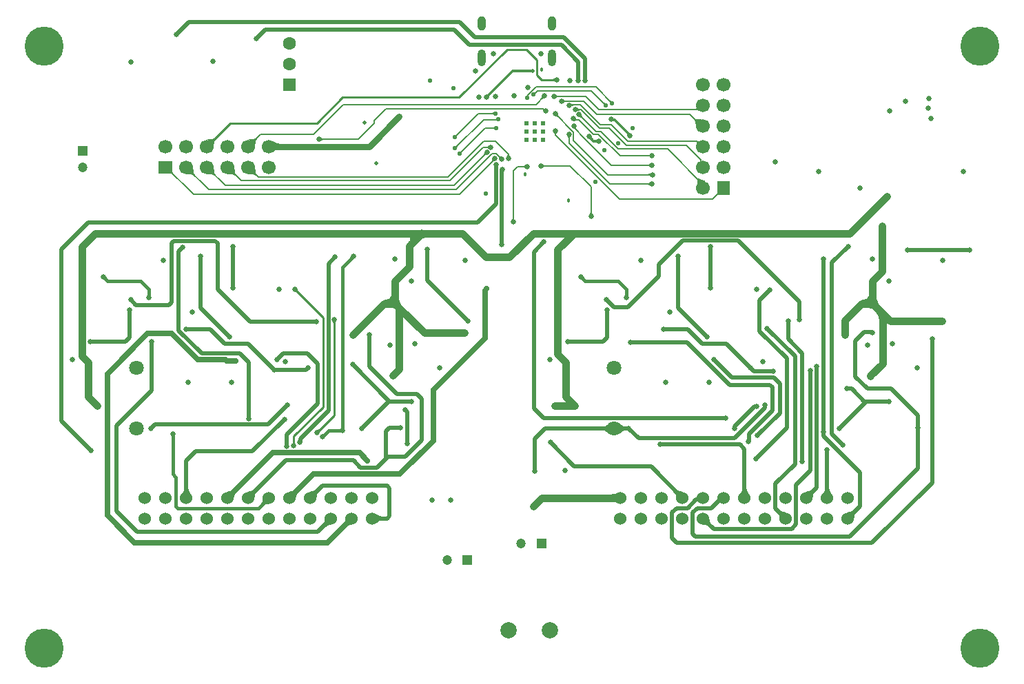
<source format=gbr>
%TF.GenerationSoftware,Altium Limited,Altium Designer,24.8.2 (39)*%
G04 Layer_Physical_Order=4*
G04 Layer_Color=16711680*
%FSLAX45Y45*%
%MOMM*%
%TF.SameCoordinates,55E81912-07CE-4C71-A4AC-877ABC84EAD1*%
%TF.FilePolarity,Positive*%
%TF.FileFunction,Copper,L4,Bot,Signal*%
%TF.Part,Single*%
G01*
G75*
%TA.AperFunction,Conductor*%
%ADD51C,0.20320*%
%ADD52C,0.17780*%
%ADD53C,0.30480*%
%ADD54C,0.50800*%
%ADD56C,0.88900*%
%ADD57C,0.25400*%
%ADD58C,0.63500*%
%ADD59C,0.76200*%
%ADD60C,0.38100*%
%TA.AperFunction,ViaPad*%
%ADD68C,4.80000*%
%TA.AperFunction,ComponentPad*%
%ADD69C,1.20000*%
%ADD70R,1.20000X1.20000*%
%ADD71R,1.20000X1.20000*%
%ADD72C,1.80000*%
%TA.AperFunction,TestPad*%
%ADD73O,1.00000X2.10000*%
%ADD74C,0.65000*%
%ADD75O,1.00000X1.80000*%
%TA.AperFunction,ComponentPad*%
%ADD76R,1.60000X1.60000*%
%ADD77C,1.60000*%
%ADD78C,2.00000*%
%ADD79C,1.52400*%
%ADD80R,1.70000X1.60000*%
%ADD81C,1.70000*%
%ADD82R,1.60000X1.70000*%
%TA.AperFunction,ViaPad*%
%ADD83C,0.53340*%
%ADD84C,0.63500*%
%ADD85C,0.60960*%
%ADD86C,0.50800*%
%ADD87C,0.45720*%
G36*
X2275400Y2467562D02*
X2275679Y2460494D01*
X2276518Y2453594D01*
X2277915Y2446861D01*
X2279870Y2440295D01*
X2282385Y2433897D01*
X2285458Y2427666D01*
X2289091Y2421603D01*
X2293282Y2415707D01*
X2298031Y2409979D01*
X2303340Y2404418D01*
X2196660D01*
X2201969Y2409979D01*
X2206718Y2415707D01*
X2210909Y2421603D01*
X2214542Y2427666D01*
X2217615Y2433897D01*
X2220130Y2440295D01*
X2222085Y2446861D01*
X2223482Y2453594D01*
X2224321Y2460494D01*
X2224600Y2467562D01*
X2275400D01*
D02*
G37*
G36*
X2861761Y2408860D02*
X2856470Y2403263D01*
X2851741Y2397619D01*
X2847576Y2391927D01*
X2843975Y2386188D01*
X2840936Y2380402D01*
X2838461Y2374569D01*
X2836550Y2368688D01*
X2835202Y2362760D01*
X2834417Y2356785D01*
X2834196Y2350762D01*
X2758762Y2426196D01*
X2764785Y2426418D01*
X2770760Y2427202D01*
X2776688Y2428550D01*
X2782568Y2430461D01*
X2788402Y2432936D01*
X2794188Y2435975D01*
X2799927Y2439576D01*
X2805618Y2443741D01*
X2811263Y2448470D01*
X2816860Y2453761D01*
X2861761Y2408860D01*
D02*
G37*
G36*
X3113090Y2415169D02*
X3108289Y2409973D01*
X3104003Y2404501D01*
X3100230Y2398752D01*
X3096970Y2392727D01*
X3094224Y2386425D01*
X3091991Y2379846D01*
X3090272Y2372990D01*
X3089067Y2365857D01*
X3088375Y2358448D01*
X3088196Y2350762D01*
X3012762Y2426196D01*
X3020448Y2426375D01*
X3027857Y2427067D01*
X3034990Y2428272D01*
X3041846Y2429991D01*
X3048425Y2432224D01*
X3054727Y2434970D01*
X3060752Y2438230D01*
X3066501Y2442003D01*
X3071973Y2446289D01*
X3077169Y2451090D01*
X3113090Y2415169D01*
D02*
G37*
G36*
X3168030Y2278971D02*
X3172254Y2283679D01*
X3176022Y2288903D01*
X3179337Y2294642D01*
X3182196Y2300896D01*
X3184600Y2307665D01*
X3186551Y2314949D01*
X3188046Y2322748D01*
X3189087Y2331063D01*
X3189673Y2339893D01*
X3189804Y2349238D01*
X3265238Y2273804D01*
X3255893Y2273673D01*
X3238748Y2272046D01*
X3230949Y2270551D01*
X3223665Y2268600D01*
X3216896Y2266196D01*
X3210642Y2263337D01*
X3204903Y2260022D01*
X3199679Y2256254D01*
X3194971Y2252030D01*
X3168030Y2278971D01*
D02*
G37*
G36*
X3623761Y2408860D02*
X3618470Y2403263D01*
X3613741Y2397619D01*
X3609576Y2391927D01*
X3605974Y2386188D01*
X3602936Y2380402D01*
X3600461Y2374569D01*
X3598550Y2368688D01*
X3597202Y2362760D01*
X3596417Y2356785D01*
X3596196Y2350762D01*
X3520762Y2426196D01*
X3526785Y2426418D01*
X3532760Y2427202D01*
X3538688Y2428550D01*
X3544568Y2430461D01*
X3550402Y2432936D01*
X3556188Y2435975D01*
X3561927Y2439576D01*
X3567618Y2443741D01*
X3573263Y2448470D01*
X3578860Y2453761D01*
X3623761Y2408860D01*
D02*
G37*
G36*
X2065850Y3092950D02*
X2065818Y3096527D01*
X2065056Y3107726D01*
X2064707Y3109748D01*
X2064294Y3111459D01*
X2063818Y3112859D01*
X2063278Y3113948D01*
X2062675Y3114726D01*
X2107125D01*
X2106522Y3113948D01*
X2105982Y3112859D01*
X2105506Y3111459D01*
X2105093Y3109748D01*
X2104744Y3107726D01*
X2104236Y3102749D01*
X2103982Y3096527D01*
X2103950Y3092950D01*
X2065850D01*
D02*
G37*
G36*
X1811850Y4858250D02*
X1811882Y4854673D01*
X1812644Y4843474D01*
X1812993Y4841452D01*
X1813406Y4839741D01*
X1813882Y4838341D01*
X1814422Y4837252D01*
X1815025Y4836474D01*
X1770575D01*
X1771178Y4837252D01*
X1771718Y4838341D01*
X1772194Y4839741D01*
X1772607Y4841452D01*
X1772956Y4843474D01*
X1773464Y4848452D01*
X1773718Y4854673D01*
X1773750Y4858250D01*
X1811850D01*
D02*
G37*
G36*
X1251961Y5022899D02*
X1249409Y5025406D01*
X1240951Y5032786D01*
X1239274Y5033969D01*
X1237773Y5034887D01*
X1236446Y5035540D01*
X1235294Y5035928D01*
X1234318Y5036052D01*
X1265749Y5067483D01*
X1265872Y5066506D01*
X1266260Y5065354D01*
X1266914Y5064027D01*
X1267832Y5062526D01*
X1269014Y5060849D01*
X1272175Y5056970D01*
X1276394Y5052391D01*
X1278901Y5049840D01*
X1251961Y5022899D01*
D02*
G37*
G36*
X3583500Y3035689D02*
X3583595Y3032530D01*
X3583881Y3029506D01*
X3584357Y3026618D01*
X3585024Y3023867D01*
X3585881Y3021251D01*
X3586929Y3018772D01*
X3588167Y3016428D01*
X3589596Y3014221D01*
X3591215Y3012149D01*
X3593025Y3010214D01*
X3548575D01*
X3550385Y3012149D01*
X3552004Y3014221D01*
X3553433Y3016428D01*
X3554671Y3018772D01*
X3555719Y3021251D01*
X3556576Y3023867D01*
X3557243Y3026618D01*
X3557719Y3029506D01*
X3558005Y3032530D01*
X3558100Y3035689D01*
X3583500D01*
D02*
G37*
G36*
X3608567Y4869833D02*
X3606265Y4872000D01*
X3603925Y4873936D01*
X3601546Y4875641D01*
X3599129Y4877115D01*
X3596673Y4878359D01*
X3594179Y4879371D01*
X3591647Y4880153D01*
X3589075Y4880703D01*
X3586466Y4881023D01*
X3583818Y4881112D01*
X3615249Y4912543D01*
X3615337Y4909894D01*
X3615657Y4907285D01*
X3616208Y4904714D01*
X3616989Y4902181D01*
X3618001Y4899687D01*
X3619245Y4897231D01*
X3620719Y4894814D01*
X3622424Y4892435D01*
X3624360Y4890095D01*
X3626527Y4887794D01*
X3608567Y4869833D01*
D02*
G37*
G36*
X4307083Y5290052D02*
X4306106Y5289928D01*
X4304954Y5289540D01*
X4303627Y5288887D01*
X4302126Y5287969D01*
X4300449Y5286786D01*
X4296570Y5283625D01*
X4291991Y5279406D01*
X4289439Y5276899D01*
X4262499Y5303840D01*
X4265006Y5306391D01*
X4272386Y5314849D01*
X4273569Y5316526D01*
X4274486Y5318027D01*
X4275140Y5319354D01*
X4275528Y5320506D01*
X4275652Y5321483D01*
X4307083Y5290052D01*
D02*
G37*
G36*
X4859850Y4844912D02*
X4860228Y4827643D01*
X4861361Y4811397D01*
X4863250Y4796173D01*
X4865895Y4781971D01*
X4869295Y4768792D01*
X4873451Y4756635D01*
X4878363Y4745500D01*
X4884030Y4735388D01*
X4890452Y4726298D01*
X4897631Y4718231D01*
X4834769Y4655369D01*
X4826702Y4662548D01*
X4817612Y4668970D01*
X4807500Y4674638D01*
X4796365Y4679549D01*
X4784209Y4683705D01*
X4771029Y4687105D01*
X4756828Y4689750D01*
X4725357Y4692772D01*
X4708088Y4693150D01*
X4682050Y4782050D01*
X4698941Y4782939D01*
X4714054Y4785606D01*
X4727389Y4790051D01*
X4738946Y4796274D01*
X4748725Y4804275D01*
X4756726Y4814054D01*
X4762949Y4825611D01*
X4767394Y4838946D01*
X4770061Y4854059D01*
X4770950Y4870950D01*
X4859850Y4844912D01*
D02*
G37*
G36*
X4087785Y4515863D02*
X4086166Y4513792D01*
X4084737Y4511584D01*
X4083499Y4509241D01*
X4082451Y4506761D01*
X4081594Y4504146D01*
X4080927Y4501394D01*
X4080451Y4498506D01*
X4080165Y4495482D01*
X4080070Y4492323D01*
X4054670Y4492322D01*
X4054575Y4495482D01*
X4054289Y4498505D01*
X4053813Y4501393D01*
X4053146Y4504145D01*
X4052289Y4506760D01*
X4051241Y4509240D01*
X4050003Y4511583D01*
X4048574Y4513791D01*
X4046955Y4515862D01*
X4045145Y4517797D01*
X4089595Y4517798D01*
X4087785Y4515863D01*
D02*
G37*
G36*
X4186782Y3216373D02*
X4187544Y3205174D01*
X4187893Y3203152D01*
X4188306Y3201441D01*
X4188782Y3200041D01*
X4189322Y3198952D01*
X4189925Y3198174D01*
X4145475D01*
X4146078Y3198952D01*
X4146618Y3200041D01*
X4147094Y3201441D01*
X4147507Y3203152D01*
X4147856Y3205174D01*
X4148364Y3210152D01*
X4148618Y3216373D01*
X4148650Y3219950D01*
X4186750D01*
X4186782Y3216373D01*
D02*
G37*
G36*
X4145026Y3153275D02*
X4144248Y3153878D01*
X4143159Y3154418D01*
X4141759Y3154894D01*
X4140048Y3155307D01*
X4138026Y3155656D01*
X4133049Y3156164D01*
X4126827Y3156418D01*
X4123250Y3156450D01*
Y3194550D01*
X4126827Y3194582D01*
X4138026Y3195344D01*
X4140048Y3195693D01*
X4141759Y3196106D01*
X4143159Y3196582D01*
X4144248Y3197122D01*
X4145026Y3197725D01*
Y3153275D01*
D02*
G37*
G36*
X3895332Y3173076D02*
X3893165Y3170774D01*
X3891229Y3168434D01*
X3889524Y3166055D01*
X3888049Y3163638D01*
X3886806Y3161182D01*
X3885794Y3158688D01*
X3885012Y3156156D01*
X3884462Y3153584D01*
X3884142Y3150975D01*
X3884053Y3148327D01*
X3852622Y3179758D01*
X3855270Y3179846D01*
X3857880Y3180166D01*
X3860451Y3180717D01*
X3862984Y3181498D01*
X3865478Y3182511D01*
X3867934Y3183754D01*
X3870351Y3185228D01*
X3872729Y3186933D01*
X3875069Y3188869D01*
X3877371Y3191036D01*
X3895332Y3173076D01*
D02*
G37*
G36*
X3971301Y3117261D02*
X3968794Y3114709D01*
X3961414Y3106251D01*
X3960232Y3104574D01*
X3959314Y3103073D01*
X3958660Y3101746D01*
X3958272Y3100594D01*
X3958149Y3099618D01*
X3926718Y3131049D01*
X3927694Y3131172D01*
X3928846Y3131560D01*
X3930173Y3132214D01*
X3931674Y3133132D01*
X3933351Y3134315D01*
X3937230Y3137475D01*
X3941809Y3141694D01*
X3944361Y3144201D01*
X3971301Y3117261D01*
D02*
G37*
G36*
X3875090Y2415169D02*
X3870289Y2409973D01*
X3866003Y2404501D01*
X3862230Y2398752D01*
X3858970Y2392727D01*
X3856224Y2386425D01*
X3853991Y2379846D01*
X3852272Y2372990D01*
X3851067Y2365857D01*
X3850375Y2358448D01*
X3850196Y2350762D01*
X3774762Y2426196D01*
X3782448Y2426375D01*
X3789857Y2427067D01*
X3796990Y2428272D01*
X3803846Y2429991D01*
X3810425Y2432224D01*
X3816727Y2434970D01*
X3822752Y2438230D01*
X3828501Y2442003D01*
X3833973Y2446289D01*
X3839169Y2451090D01*
X3875090Y2415169D01*
D02*
G37*
G36*
X4595979Y2144032D02*
X4601707Y2139282D01*
X4607603Y2135091D01*
X4613666Y2131459D01*
X4619897Y2128385D01*
X4626295Y2125871D01*
X4632861Y2123915D01*
X4639594Y2122518D01*
X4646494Y2121680D01*
X4653562Y2121400D01*
Y2070600D01*
X4646494Y2070321D01*
X4639594Y2069483D01*
X4632861Y2068086D01*
X4626295Y2066130D01*
X4619897Y2063615D01*
X4613666Y2060542D01*
X4607603Y2056910D01*
X4601707Y2052719D01*
X4595979Y2047969D01*
X4590418Y2042660D01*
Y2149340D01*
X4595979Y2144032D01*
D02*
G37*
G36*
X4030831Y2019853D02*
X4023086Y2019324D01*
X4015630Y2018323D01*
X4008461Y2016851D01*
X4001580Y2014907D01*
X3994987Y2012492D01*
X3988682Y2009605D01*
X3982665Y2006246D01*
X3976936Y2002416D01*
X3971495Y1998115D01*
X3966343Y1993341D01*
X3928623Y2027464D01*
X3933449Y2032698D01*
X3937720Y2038196D01*
X3941436Y2043957D01*
X3944598Y2049980D01*
X3947205Y2056267D01*
X3949258Y2062817D01*
X3950757Y2069630D01*
X3951701Y2076706D01*
X3952090Y2084045D01*
X3951925Y2091647D01*
X4030831Y2019853D01*
D02*
G37*
G36*
X4281238Y2019804D02*
X4275215Y2019583D01*
X4269240Y2018798D01*
X4263313Y2017450D01*
X4257432Y2015539D01*
X4251598Y2013064D01*
X4245812Y2010026D01*
X4240073Y2006424D01*
X4234382Y2002259D01*
X4228737Y1997531D01*
X4223140Y1992239D01*
X4178239Y2037140D01*
X4183531Y2042737D01*
X4188259Y2048382D01*
X4192424Y2054073D01*
X4196026Y2059812D01*
X4199064Y2065598D01*
X4201539Y2071432D01*
X4203450Y2077313D01*
X4204798Y2083240D01*
X4205583Y2089216D01*
X4205804Y2095238D01*
X4281238Y2019804D01*
D02*
G37*
G36*
X6484261Y7576820D02*
X6483639Y7577303D01*
X6482767Y7577734D01*
X6481647Y7578115D01*
X6480278Y7578446D01*
X6478661Y7578725D01*
X6474679Y7579131D01*
X6469702Y7579335D01*
X6466840Y7579360D01*
Y7609840D01*
X6469702Y7609865D01*
X6478661Y7610475D01*
X6480278Y7610754D01*
X6481647Y7611085D01*
X6482767Y7611466D01*
X6483639Y7611897D01*
X6484261Y7612380D01*
Y7576820D01*
D02*
G37*
G36*
X5982462Y7295679D02*
X5980127Y7293246D01*
X5976202Y7288531D01*
X5974611Y7286248D01*
X5973268Y7284016D01*
X5972172Y7281834D01*
X5971325Y7279702D01*
X5970725Y7277620D01*
X5970373Y7275589D01*
X5970268Y7273607D01*
X5938838Y7305038D01*
X5940819Y7305143D01*
X5942850Y7305495D01*
X5944932Y7306095D01*
X5947064Y7306942D01*
X5949246Y7308038D01*
X5951478Y7309381D01*
X5953761Y7310972D01*
X5956093Y7312811D01*
X5960909Y7317232D01*
X5982462Y7295679D01*
D02*
G37*
G36*
X6031232Y7058650D02*
X6030070Y7059712D01*
X6028778Y7060663D01*
X6027355Y7061501D01*
X6025801Y7062228D01*
X6024115Y7062843D01*
X6022299Y7063346D01*
X6020352Y7063737D01*
X6018274Y7064017D01*
X6016065Y7064184D01*
X6013725Y7064240D01*
Y7084560D01*
X6016065Y7084616D01*
X6020352Y7085063D01*
X6022299Y7085454D01*
X6024115Y7085958D01*
X6025801Y7086573D01*
X6027355Y7087299D01*
X6028778Y7088138D01*
X6030070Y7089088D01*
X6031232Y7090150D01*
Y7058650D01*
D02*
G37*
G36*
X5575306Y6798857D02*
X5573690Y6797163D01*
X5570975Y6793815D01*
X5569875Y6792162D01*
X5568946Y6790522D01*
X5568190Y6788895D01*
X5567604Y6787282D01*
X5567191Y6785683D01*
X5566949Y6784097D01*
X5566879Y6782525D01*
X5544605Y6804799D01*
X5546177Y6804869D01*
X5547763Y6805111D01*
X5549362Y6805524D01*
X5550975Y6806110D01*
X5552602Y6806866D01*
X5554242Y6807795D01*
X5555895Y6808895D01*
X5557562Y6810167D01*
X5559243Y6811610D01*
X5560937Y6813226D01*
X5575306Y6798857D01*
D02*
G37*
G36*
X3907000Y6776216D02*
X3909449Y6774165D01*
X3911955Y6772355D01*
X3914516Y6770787D01*
X3917134Y6769460D01*
X3919808Y6768374D01*
X3922537Y6767529D01*
X3925323Y6766926D01*
X3928165Y6766564D01*
X3931063Y6766443D01*
Y6746123D01*
X3928165Y6746003D01*
X3925323Y6745641D01*
X3922537Y6745038D01*
X3919808Y6744193D01*
X3917134Y6743107D01*
X3914516Y6741780D01*
X3911955Y6740212D01*
X3909449Y6738402D01*
X3907000Y6736351D01*
X3904607Y6734058D01*
Y6778508D01*
X3907000Y6776216D01*
D02*
G37*
G36*
X3114920Y6756551D02*
X3111390Y6752324D01*
X3108246Y6747087D01*
X3105488Y6740840D01*
X3103117Y6733584D01*
X3101131Y6725319D01*
X3099532Y6716044D01*
X3098319Y6705760D01*
X3097050Y6682163D01*
X3096996Y6668850D01*
X3012850Y6752996D01*
X3026163Y6753051D01*
X3060044Y6755532D01*
X3069318Y6757131D01*
X3077584Y6759117D01*
X3084840Y6761488D01*
X3091087Y6764246D01*
X3096323Y6767390D01*
X3100551Y6770920D01*
X3114920Y6756551D01*
D02*
G37*
G36*
X2608472Y6754512D02*
X2604653Y6750031D01*
X2601251Y6744643D01*
X2598264Y6738347D01*
X2595693Y6731142D01*
X2593537Y6723030D01*
X2591797Y6714010D01*
X2590473Y6704082D01*
X2589073Y6681502D01*
X2588996Y6668850D01*
X2504850Y6752996D01*
X2517502Y6753073D01*
X2540082Y6754473D01*
X2550010Y6755797D01*
X2559030Y6757537D01*
X2567142Y6759693D01*
X2574347Y6762264D01*
X2580643Y6765251D01*
X2586031Y6768653D01*
X2590511Y6772472D01*
X2608472Y6754512D01*
D02*
G37*
G36*
X5580386Y6661697D02*
X5578770Y6660003D01*
X5576055Y6656655D01*
X5574955Y6655002D01*
X5574026Y6653362D01*
X5573270Y6651735D01*
X5572684Y6650122D01*
X5572271Y6648523D01*
X5572029Y6646937D01*
X5571959Y6645365D01*
X5549685Y6667639D01*
X5551257Y6667709D01*
X5552843Y6667951D01*
X5554442Y6668364D01*
X5556055Y6668950D01*
X5557682Y6669706D01*
X5559322Y6670635D01*
X5560975Y6671735D01*
X5562642Y6673007D01*
X5564323Y6674450D01*
X5566017Y6676066D01*
X5580386Y6661697D01*
D02*
G37*
G36*
X5968591Y6634764D02*
X5966078Y6636977D01*
X5963525Y6638956D01*
X5960932Y6640704D01*
X5958298Y6642217D01*
X5955624Y6643499D01*
X5952909Y6644547D01*
X5950154Y6645362D01*
X5947358Y6645944D01*
X5944522Y6646294D01*
X5941645Y6646410D01*
X5940705Y6666730D01*
X5943623Y6666855D01*
X5946469Y6667228D01*
X5949243Y6667850D01*
X5951945Y6668721D01*
X5954575Y6669840D01*
X5957133Y6671209D01*
X5959619Y6672826D01*
X5962033Y6674692D01*
X5964375Y6676807D01*
X5966645Y6679171D01*
X5968591Y6634764D01*
D02*
G37*
G36*
X3331141Y6723434D02*
X3336066Y6719796D01*
X3341477Y6716586D01*
X3347376Y6713804D01*
X3353760Y6711450D01*
X3360632Y6709524D01*
X3367989Y6708026D01*
X3375834Y6706956D01*
X3384165Y6706314D01*
X3392983Y6706100D01*
Y6629900D01*
X3384165Y6629686D01*
X3375834Y6629044D01*
X3367989Y6627974D01*
X3360632Y6626476D01*
X3353760Y6624550D01*
X3347376Y6622196D01*
X3341477Y6619414D01*
X3336066Y6616204D01*
X3331141Y6612566D01*
X3326702Y6608500D01*
Y6727500D01*
X3331141Y6723434D01*
D02*
G37*
G36*
X5942090Y6566919D02*
X5938777Y6566847D01*
X5935594Y6566566D01*
X5932543Y6566074D01*
X5929623Y6565372D01*
X5926833Y6564459D01*
X5924175Y6563336D01*
X5921647Y6562003D01*
X5919251Y6560460D01*
X5916985Y6558706D01*
X5914851Y6556743D01*
X5900482Y6571111D01*
X5902446Y6573245D01*
X5904200Y6575511D01*
X5905743Y6577907D01*
X5907076Y6580435D01*
X5908199Y6583093D01*
X5909112Y6585883D01*
X5909814Y6588803D01*
X5910306Y6591854D01*
X5910587Y6595037D01*
X5910659Y6598350D01*
X5942090Y6566919D01*
D02*
G37*
G36*
X6217601Y6564373D02*
X6217963Y6561531D01*
X6218566Y6558745D01*
X6219410Y6556015D01*
X6220496Y6553341D01*
X6221823Y6550724D01*
X6223392Y6548162D01*
X6225202Y6545657D01*
X6227253Y6543207D01*
X6229545Y6540814D01*
X6185095D01*
X6187387Y6543207D01*
X6189438Y6545657D01*
X6191248Y6548162D01*
X6192817Y6550724D01*
X6194144Y6553341D01*
X6195230Y6556015D01*
X6196074Y6558745D01*
X6196677Y6561531D01*
X6197039Y6564373D01*
X6197160Y6567271D01*
X6217480D01*
X6217601Y6564373D01*
D02*
G37*
G36*
X6100618Y6550481D02*
X6102884Y6548727D01*
X6105280Y6547184D01*
X6107808Y6545851D01*
X6110466Y6544728D01*
X6113255Y6543816D01*
X6116176Y6543113D01*
X6119227Y6542621D01*
X6122409Y6542340D01*
X6125723Y6542269D01*
X6094292Y6510838D01*
X6094220Y6514151D01*
X6093939Y6517333D01*
X6093447Y6520384D01*
X6092744Y6523305D01*
X6091832Y6526094D01*
X6090709Y6528753D01*
X6089376Y6531280D01*
X6087833Y6533676D01*
X6086079Y6535942D01*
X6084115Y6538076D01*
X6098484Y6552445D01*
X6100618Y6550481D01*
D02*
G37*
G36*
X6041425Y6485168D02*
X6038074Y6484887D01*
X6034860Y6484422D01*
X6031785Y6483771D01*
X6028848Y6482935D01*
X6026050Y6481915D01*
X6023390Y6480709D01*
X6020868Y6479318D01*
X6018484Y6477743D01*
X6016238Y6475982D01*
X6014131Y6474037D01*
X5998775Y6487418D01*
X6000756Y6489577D01*
X6002502Y6491857D01*
X6004013Y6494260D01*
X6005289Y6496785D01*
X6006331Y6499431D01*
X6007138Y6502199D01*
X6007711Y6505090D01*
X6008048Y6508102D01*
X6008151Y6511236D01*
X6008019Y6514491D01*
X6041425Y6485168D01*
D02*
G37*
G36*
X6418766Y6396355D02*
X6416373Y6398647D01*
X6413923Y6400698D01*
X6411418Y6402508D01*
X6408856Y6404077D01*
X6406239Y6405404D01*
X6403565Y6406490D01*
X6400835Y6407334D01*
X6398049Y6407937D01*
X6395207Y6408299D01*
X6392310Y6408420D01*
Y6428740D01*
X6395207Y6428861D01*
X6398049Y6429223D01*
X6400835Y6429826D01*
X6403565Y6430670D01*
X6406239Y6431756D01*
X6408856Y6433083D01*
X6411418Y6434652D01*
X6413923Y6436462D01*
X6416373Y6438513D01*
X6418766Y6440805D01*
Y6396355D01*
D02*
G37*
G36*
X2079546Y6361461D02*
X2078971Y6359594D01*
Y6357438D01*
X2079546Y6354996D01*
X2080695Y6352266D01*
X2082419Y6349248D01*
X2084718Y6345944D01*
X2087592Y6342351D01*
X2095064Y6334305D01*
X2080695Y6319937D01*
X2076528Y6323960D01*
X2069057Y6330282D01*
X2065752Y6332581D01*
X2062735Y6334305D01*
X2060005Y6335454D01*
X2057562Y6336029D01*
X2055407D01*
X2053539Y6335454D01*
X2051958Y6334305D01*
X2080695Y6363042D01*
X2079546Y6361461D01*
D02*
G37*
G36*
X3097050Y6399838D02*
X3099532Y6365957D01*
X3101131Y6356682D01*
X3103117Y6348416D01*
X3105488Y6341160D01*
X3108246Y6334914D01*
X3111390Y6329677D01*
X3114920Y6325449D01*
X3100551Y6311081D01*
X3096323Y6314610D01*
X3091087Y6317754D01*
X3084840Y6320512D01*
X3077584Y6322883D01*
X3069318Y6324869D01*
X3060044Y6326468D01*
X3049759Y6327682D01*
X3026163Y6328950D01*
X3012850Y6329005D01*
X3096996Y6413150D01*
X3097050Y6399838D01*
D02*
G37*
G36*
X2843050D02*
X2845532Y6365957D01*
X2847131Y6356682D01*
X2849117Y6348416D01*
X2851488Y6341160D01*
X2854246Y6334914D01*
X2857390Y6329677D01*
X2860920Y6325449D01*
X2846551Y6311081D01*
X2842323Y6314610D01*
X2837087Y6317754D01*
X2830840Y6320512D01*
X2823584Y6322883D01*
X2815318Y6324869D01*
X2806044Y6326468D01*
X2795759Y6327682D01*
X2772163Y6328950D01*
X2758850Y6329005D01*
X2842996Y6413150D01*
X2843050Y6399838D01*
D02*
G37*
G36*
X2589050D02*
X2591532Y6365957D01*
X2593131Y6356682D01*
X2595117Y6348416D01*
X2597488Y6341160D01*
X2600246Y6334914D01*
X2603390Y6329677D01*
X2606920Y6325449D01*
X2592551Y6311081D01*
X2588323Y6314610D01*
X2583087Y6317754D01*
X2576840Y6320512D01*
X2569584Y6322883D01*
X2561318Y6324869D01*
X2552044Y6326468D01*
X2541759Y6327682D01*
X2518163Y6328950D01*
X2504850Y6329005D01*
X2588996Y6413150D01*
X2589050Y6399838D01*
D02*
G37*
G36*
X2335050D02*
X2337532Y6365957D01*
X2339131Y6356682D01*
X2341117Y6348416D01*
X2343488Y6341160D01*
X2346246Y6334914D01*
X2349390Y6329677D01*
X2352920Y6325449D01*
X2338551Y6311081D01*
X2334323Y6314610D01*
X2329087Y6317754D01*
X2322840Y6320512D01*
X2315584Y6322883D01*
X2307318Y6324869D01*
X2298044Y6326468D01*
X2287759Y6327682D01*
X2264163Y6328950D01*
X2250850Y6329005D01*
X2334996Y6413150D01*
X2335050Y6399838D01*
D02*
G37*
G36*
X6276461Y5784093D02*
X6276823Y5781251D01*
X6277426Y5778465D01*
X6278270Y5775735D01*
X6279356Y5773061D01*
X6280683Y5770444D01*
X6282252Y5767882D01*
X6284062Y5765377D01*
X6286113Y5762927D01*
X6288405Y5760534D01*
X6243955D01*
X6246247Y5762927D01*
X6248298Y5765377D01*
X6250108Y5767882D01*
X6251677Y5770444D01*
X6253004Y5773061D01*
X6254090Y5775735D01*
X6254934Y5778465D01*
X6255537Y5781251D01*
X6255899Y5784093D01*
X6256020Y5786990D01*
X6276340D01*
X6276461Y5784093D01*
D02*
G37*
G36*
X5252912Y5556750D02*
X5235392Y5556121D01*
X5218393Y5554236D01*
X5201915Y5551093D01*
X5185958Y5546692D01*
X5170522Y5541035D01*
X5155606Y5534120D01*
X5141211Y5525948D01*
X5127336Y5516519D01*
X5113983Y5505832D01*
X5101150Y5493888D01*
X4975426D01*
X4986481Y5505832D01*
X4994501Y5516519D01*
X4999485Y5525948D01*
X5001434Y5534120D01*
X5000348Y5541035D01*
X4996226Y5546692D01*
X4989070Y5551093D01*
X4978878Y5554236D01*
X4965651Y5556121D01*
X4949388Y5556750D01*
X5145600Y5645650D01*
X5252912Y5556750D01*
D02*
G37*
G36*
X8582121Y6497098D02*
X8561096Y6489574D01*
X8561116Y6489724D01*
X8561133Y6490152D01*
X8561200Y6503600D01*
X8581520D01*
X8582121Y6497098D01*
D02*
G37*
G36*
X7949946Y6414635D02*
X7947553Y6416927D01*
X7945103Y6418979D01*
X7942598Y6420788D01*
X7940036Y6422357D01*
X7937419Y6423684D01*
X7934745Y6424770D01*
X7932015Y6425614D01*
X7929230Y6426218D01*
X7926387Y6426579D01*
X7923490Y6426700D01*
Y6447020D01*
X7926387Y6447141D01*
X7929230Y6447503D01*
X7932015Y6448106D01*
X7934745Y6448951D01*
X7937419Y6450036D01*
X7940036Y6451364D01*
X7942598Y6452932D01*
X7945103Y6454742D01*
X7947553Y6456793D01*
X7949946Y6459085D01*
Y6414635D01*
D02*
G37*
G36*
X6628425Y6446775D02*
X6630875Y6444723D01*
X6633380Y6442914D01*
X6635942Y6441345D01*
X6638559Y6440018D01*
X6641233Y6438932D01*
X6643963Y6438088D01*
X6646749Y6437484D01*
X6649591Y6437123D01*
X6652489Y6437002D01*
Y6416682D01*
X6649591Y6416561D01*
X6646749Y6416199D01*
X6643963Y6415596D01*
X6641233Y6414751D01*
X6638559Y6413666D01*
X6635942Y6412338D01*
X6633380Y6410770D01*
X6630875Y6408960D01*
X6628425Y6406909D01*
X6626032Y6404617D01*
Y6449067D01*
X6628425Y6446775D01*
D02*
G37*
G36*
X7955026Y6297795D02*
X7952633Y6300087D01*
X7950183Y6302139D01*
X7947678Y6303948D01*
X7945116Y6305517D01*
X7942499Y6306844D01*
X7939825Y6307930D01*
X7937095Y6308774D01*
X7934310Y6309378D01*
X7931467Y6309739D01*
X7928570Y6309860D01*
Y6330180D01*
X7931467Y6330301D01*
X7934310Y6330663D01*
X7937095Y6331266D01*
X7939825Y6332111D01*
X7942499Y6333196D01*
X7945116Y6334524D01*
X7947678Y6336092D01*
X7950183Y6337902D01*
X7952633Y6339953D01*
X7955026Y6342245D01*
Y6297795D01*
D02*
G37*
G36*
X8540308Y6275097D02*
X8544182Y6272821D01*
X8549518Y6270148D01*
X8564581Y6263611D01*
X8627838Y6240312D01*
X8520261Y6189439D01*
X8523951Y6200271D01*
X8526779Y6210437D01*
X8528744Y6219938D01*
X8529846Y6228772D01*
X8530086Y6236941D01*
X8529462Y6244443D01*
X8527975Y6251280D01*
X8525626Y6257452D01*
X8522414Y6262957D01*
X8518339Y6267796D01*
X8537897Y6276975D01*
X8540308Y6275097D01*
D02*
G37*
G36*
X7947406Y6183495D02*
X7945013Y6185787D01*
X7942563Y6187839D01*
X7940058Y6189648D01*
X7937496Y6191217D01*
X7934879Y6192544D01*
X7932205Y6193630D01*
X7929475Y6194474D01*
X7926690Y6195078D01*
X7923847Y6195439D01*
X7920950Y6195560D01*
Y6215880D01*
X7923847Y6216001D01*
X7926690Y6216363D01*
X7929475Y6216966D01*
X7932205Y6217811D01*
X7934879Y6218896D01*
X7937496Y6220224D01*
X7940058Y6221792D01*
X7942563Y6223602D01*
X7945013Y6225653D01*
X7947406Y6227945D01*
Y6183495D01*
D02*
G37*
G36*
X8798042Y6075610D02*
X8796711Y6076952D01*
X8795038Y6077669D01*
X8793022Y6077762D01*
X8790662Y6077231D01*
X8787960Y6076076D01*
X8784915Y6074296D01*
X8781527Y6071893D01*
X8777796Y6068865D01*
X8769305Y6060937D01*
X8752752Y6073121D01*
X8757948Y6078457D01*
X8769523Y6092141D01*
X8772043Y6095927D01*
X8773894Y6099326D01*
X8775077Y6102336D01*
X8775590Y6104959D01*
X8775434Y6107194D01*
X8774610Y6109042D01*
X8798042Y6075610D01*
D02*
G37*
G36*
X7234041Y5857753D02*
X7234403Y5854911D01*
X7235006Y5852125D01*
X7235850Y5849395D01*
X7236936Y5846721D01*
X7238263Y5844104D01*
X7239832Y5841542D01*
X7241642Y5839037D01*
X7243693Y5836587D01*
X7245985Y5834194D01*
X7201535D01*
X7203827Y5836587D01*
X7205878Y5839037D01*
X7207688Y5841542D01*
X7209257Y5844104D01*
X7210584Y5846721D01*
X7211670Y5849395D01*
X7212514Y5852125D01*
X7213117Y5854911D01*
X7213479Y5857753D01*
X7213600Y5860650D01*
X7233920D01*
X7234041Y5857753D01*
D02*
G37*
G36*
X7133272Y5066506D02*
X7133660Y5065354D01*
X7134314Y5064027D01*
X7135232Y5062526D01*
X7136414Y5060849D01*
X7139575Y5056970D01*
X7143794Y5052391D01*
X7146301Y5049840D01*
X7119361Y5022899D01*
X7116809Y5025406D01*
X7108351Y5032786D01*
X7106674Y5033969D01*
X7105173Y5034887D01*
X7103846Y5035540D01*
X7102694Y5035928D01*
X7101718Y5036052D01*
X7133149Y5067483D01*
X7133272Y5066506D01*
D02*
G37*
G36*
X7679282Y4854673D02*
X7680044Y4843474D01*
X7680393Y4841452D01*
X7680806Y4839741D01*
X7681282Y4838341D01*
X7681822Y4837252D01*
X7682425Y4836474D01*
X7637975D01*
X7638578Y4837252D01*
X7639118Y4838341D01*
X7639594Y4839741D01*
X7640007Y4841452D01*
X7640356Y4843474D01*
X7640864Y4848452D01*
X7641118Y4854673D01*
X7641150Y4858250D01*
X7679250D01*
X7679282Y4854673D01*
D02*
G37*
G36*
X10727250Y4844912D02*
X10727879Y4827392D01*
X10729764Y4810393D01*
X10732908Y4793915D01*
X10737308Y4777958D01*
X10742966Y4762522D01*
X10749880Y4747606D01*
X10758052Y4733211D01*
X10767482Y4719336D01*
X10778168Y4705983D01*
X10790112Y4693150D01*
X10749868Y4652906D01*
X10838691Y4644571D01*
X10867269Y4490269D01*
X10864313Y4492336D01*
X10861668Y4492315D01*
X10859334Y4490203D01*
X10857311Y4486003D01*
X10855600Y4479714D01*
X10854200Y4471335D01*
X10851866Y4433664D01*
X10851710Y4416928D01*
X10762810Y4505828D01*
X10762181Y4523348D01*
X10760296Y4540347D01*
X10757152Y4556825D01*
X10752752Y4572782D01*
X10747095Y4588219D01*
X10740180Y4603135D01*
X10732008Y4617529D01*
X10722579Y4631404D01*
X10713015Y4643355D01*
X10701064Y4652919D01*
X10687189Y4662348D01*
X10672795Y4670520D01*
X10657879Y4677435D01*
X10642442Y4683092D01*
X10626485Y4687493D01*
X10610007Y4690636D01*
X10593008Y4692521D01*
X10575488Y4693150D01*
X10549450Y4782050D01*
X10566341Y4782939D01*
X10581454Y4785606D01*
X10594789Y4790051D01*
X10606346Y4796274D01*
X10616125Y4804275D01*
X10624126Y4814054D01*
X10630349Y4825611D01*
X10634794Y4838946D01*
X10637461Y4854059D01*
X10638350Y4870950D01*
X10727250Y4844912D01*
D02*
G37*
G36*
X7579039Y3256590D02*
X7586543Y3250233D01*
X7594085Y3244623D01*
X7601664Y3239762D01*
X7609281Y3235649D01*
X7616935Y3232283D01*
X7624627Y3229666D01*
X7632357Y3227796D01*
X7640124Y3226674D01*
X7647929Y3226300D01*
X7648347Y3175500D01*
X7640514Y3175122D01*
X7632738Y3173988D01*
X7625018Y3172098D01*
X7617355Y3169452D01*
X7609749Y3166050D01*
X7602199Y3161892D01*
X7594707Y3156977D01*
X7587271Y3151307D01*
X7579891Y3144881D01*
X7572569Y3137699D01*
X7571573Y3263695D01*
X7579039Y3256590D01*
D02*
G37*
G36*
X7443032Y3137699D02*
X7435709Y3144881D01*
X7428330Y3151307D01*
X7420893Y3156977D01*
X7413401Y3161892D01*
X7405851Y3166050D01*
X7398245Y3169452D01*
X7390582Y3172098D01*
X7382862Y3173988D01*
X7375086Y3175122D01*
X7367253Y3175500D01*
X7367671Y3226300D01*
X7375476Y3226674D01*
X7383243Y3227796D01*
X7390973Y3229666D01*
X7398665Y3232283D01*
X7406319Y3235649D01*
X7413936Y3239762D01*
X7421515Y3244623D01*
X7429057Y3250233D01*
X7436561Y3256590D01*
X7444027Y3263695D01*
X7443032Y3137699D01*
D02*
G37*
G36*
X10149679Y2460494D02*
X10150518Y2453594D01*
X10151915Y2446861D01*
X10153870Y2440295D01*
X10156385Y2433897D01*
X10159458Y2427666D01*
X10163091Y2421603D01*
X10167282Y2415707D01*
X10172031Y2409979D01*
X10177340Y2404418D01*
X10070660D01*
X10075969Y2409979D01*
X10080718Y2415707D01*
X10084909Y2421603D01*
X10088542Y2427666D01*
X10091615Y2433897D01*
X10094130Y2440295D01*
X10096085Y2446861D01*
X10097482Y2453594D01*
X10098321Y2460494D01*
X10098600Y2467562D01*
X10149400D01*
X10149679Y2460494D01*
D02*
G37*
G36*
X9133679D02*
X9134518Y2453594D01*
X9135915Y2446861D01*
X9137870Y2440295D01*
X9140385Y2433897D01*
X9143458Y2427666D01*
X9147091Y2421603D01*
X9151282Y2415707D01*
X9156031Y2409979D01*
X9161340Y2404418D01*
X9054660D01*
X9059969Y2409979D01*
X9064718Y2415707D01*
X9068909Y2421603D01*
X9072542Y2427666D01*
X9075615Y2433897D01*
X9078130Y2440295D01*
X9080085Y2446861D01*
X9081482Y2453594D01*
X9082321Y2460494D01*
X9082600Y2467562D01*
X9133400D01*
X9133679Y2460494D01*
D02*
G37*
G36*
X9971090Y2415169D02*
X9966289Y2409973D01*
X9962003Y2404501D01*
X9958230Y2398752D01*
X9954970Y2392727D01*
X9952224Y2386425D01*
X9949991Y2379846D01*
X9948272Y2372990D01*
X9947067Y2365857D01*
X9946375Y2358448D01*
X9946196Y2350762D01*
X9870762Y2426196D01*
X9878448Y2426375D01*
X9885857Y2427067D01*
X9892990Y2428272D01*
X9899846Y2429991D01*
X9906425Y2432224D01*
X9912727Y2434970D01*
X9918752Y2438230D01*
X9924501Y2442003D01*
X9929973Y2446289D01*
X9935169Y2451090D01*
X9971090Y2415169D01*
D02*
G37*
G36*
X8286027Y2446289D02*
X8291499Y2442003D01*
X8297248Y2438230D01*
X8303273Y2434970D01*
X8309575Y2432224D01*
X8316155Y2429991D01*
X8323010Y2428272D01*
X8330143Y2427067D01*
X8337552Y2426375D01*
X8345238Y2426196D01*
X8269804Y2350762D01*
X8269625Y2358448D01*
X8268933Y2365857D01*
X8267728Y2372990D01*
X8266009Y2379846D01*
X8263776Y2386425D01*
X8261030Y2392727D01*
X8257771Y2398752D01*
X8253997Y2404501D01*
X8249711Y2409973D01*
X8244911Y2415169D01*
X8280832Y2451090D01*
X8286027Y2446289D01*
D02*
G37*
G36*
X7529582Y2296660D02*
X7527482Y2298349D01*
X7524666Y2299861D01*
X7521135Y2301194D01*
X7516889Y2302350D01*
X7511927Y2303328D01*
X7506250Y2304128D01*
X7492750Y2305195D01*
X7476388Y2305550D01*
Y2394450D01*
X7484926Y2394539D01*
X7511927Y2396673D01*
X7516889Y2397651D01*
X7521135Y2398806D01*
X7524666Y2400140D01*
X7527482Y2401651D01*
X7529582Y2403340D01*
Y2296660D01*
D02*
G37*
G36*
X10479090Y2161169D02*
X10474289Y2155973D01*
X10470003Y2150501D01*
X10466230Y2144752D01*
X10462970Y2138727D01*
X10460224Y2132425D01*
X10457991Y2125846D01*
X10456272Y2118990D01*
X10455067Y2111857D01*
X10454375Y2104448D01*
X10454196Y2096762D01*
X10378762Y2172196D01*
X10386448Y2172375D01*
X10393857Y2173067D01*
X10400990Y2174272D01*
X10407846Y2175991D01*
X10414425Y2178224D01*
X10420727Y2180970D01*
X10426752Y2184230D01*
X10432501Y2188003D01*
X10437973Y2192289D01*
X10443169Y2197090D01*
X10479090Y2161169D01*
D02*
G37*
G36*
X9556027Y2192289D02*
X9561499Y2188003D01*
X9567248Y2184230D01*
X9573273Y2180970D01*
X9579575Y2178224D01*
X9586155Y2175991D01*
X9593010Y2174272D01*
X9600143Y2173067D01*
X9607552Y2172375D01*
X9615238Y2172196D01*
X9539804Y2096762D01*
X9539625Y2104448D01*
X9538933Y2111857D01*
X9537728Y2118990D01*
X9536009Y2125846D01*
X9533776Y2132425D01*
X9531030Y2138727D01*
X9527771Y2144752D01*
X9523997Y2150501D01*
X9519711Y2155973D01*
X9514911Y2161169D01*
X9550832Y2197090D01*
X9556027Y2192289D01*
D02*
G37*
G36*
X8676375Y2087552D02*
X8677067Y2080143D01*
X8678272Y2073010D01*
X8679991Y2066155D01*
X8682224Y2059576D01*
X8684970Y2053273D01*
X8688230Y2047248D01*
X8692003Y2041499D01*
X8696289Y2036027D01*
X8701090Y2030832D01*
X8665169Y1994911D01*
X8659973Y1999711D01*
X8654501Y2003998D01*
X8648752Y2007771D01*
X8642727Y2011030D01*
X8636425Y2013776D01*
X8629846Y2016009D01*
X8622990Y2017728D01*
X8615857Y2018933D01*
X8608448Y2019625D01*
X8600762Y2019804D01*
X8676196Y2095238D01*
X8676375Y2087552D01*
D02*
G37*
G36*
X6774382Y6809538D02*
X6774290Y6812666D01*
X6774015Y6815613D01*
X6773556Y6818380D01*
X6772914Y6820965D01*
X6772089Y6823369D01*
X6771080Y6825591D01*
X6769888Y6827633D01*
X6768512Y6829494D01*
X6766953Y6831174D01*
X6765210Y6832672D01*
X6803874D01*
X6802131Y6831174D01*
X6800572Y6829494D01*
X6799196Y6827633D01*
X6798004Y6825591D01*
X6796995Y6823369D01*
X6796170Y6820965D01*
X6795527Y6818380D01*
X6795069Y6815613D01*
X6794794Y6812666D01*
X6794702Y6809538D01*
X6774382D01*
D02*
G37*
G36*
X6941380Y6768730D02*
X6941259Y6771628D01*
X6940897Y6774470D01*
X6940294Y6777255D01*
X6939450Y6779985D01*
X6938364Y6782659D01*
X6937037Y6785276D01*
X6935468Y6787838D01*
X6933658Y6790344D01*
X6931607Y6792793D01*
X6929315Y6795186D01*
X6973765D01*
X6971473Y6792793D01*
X6969422Y6790344D01*
X6967612Y6787838D01*
X6966043Y6785276D01*
X6964716Y6782659D01*
X6963630Y6779985D01*
X6962786Y6777255D01*
X6962183Y6774470D01*
X6961821Y6771628D01*
X6961700Y6768730D01*
X6941380D01*
D02*
G37*
G36*
X7048964Y6982460D02*
X7044306Y6982418D01*
X7027883Y6981400D01*
X7024329Y6980934D01*
X7014994Y6979026D01*
X7012325Y6978221D01*
X7033050Y7016421D01*
X7033890Y7013829D01*
X7034979Y7011510D01*
X7036317Y7009464D01*
X7037904Y7007691D01*
X7039739Y7006190D01*
X7041823Y7004963D01*
X7044156Y7004008D01*
X7046737Y7003326D01*
X7049567Y7002916D01*
X7052646Y7002780D01*
X7048964Y6982460D01*
D02*
G37*
G36*
X6643291Y7134924D02*
X6644670Y7133577D01*
X6648178Y7130541D01*
X6649138Y7129865D01*
X6649992Y7129357D01*
X6650742Y7129016D01*
X6651386Y7128844D01*
X6651926Y7128839D01*
X6652361Y7129003D01*
X6638557Y7109005D01*
X6638522Y7109404D01*
X6638280Y7109972D01*
X6637833Y7110707D01*
X6637178Y7111610D01*
X6635251Y7113920D01*
X6630814Y7118645D01*
X6628923Y7120556D01*
X6643291Y7134924D01*
D02*
G37*
G36*
X6808916Y7029935D02*
X6806782Y7031899D01*
X6804516Y7033653D01*
X6802120Y7035196D01*
X6799592Y7036529D01*
X6796934Y7037652D01*
X6794144Y7038565D01*
X6791224Y7039267D01*
X6788173Y7039759D01*
X6784991Y7040040D01*
X6781677Y7040112D01*
X6813109Y7071542D01*
X6813180Y7068229D01*
X6813461Y7065047D01*
X6813953Y7061996D01*
X6814656Y7059075D01*
X6815568Y7056286D01*
X6816691Y7053627D01*
X6818024Y7051100D01*
X6819567Y7048704D01*
X6821321Y7046438D01*
X6823285Y7044304D01*
X6808916Y7029935D01*
D02*
G37*
G36*
X7006848Y7166997D02*
X7003848Y7166860D01*
X7001002Y7166450D01*
X6998310Y7165767D01*
X6995772Y7164811D01*
X6993388Y7163582D01*
X6991158Y7162079D01*
X6989083Y7160303D01*
X6987162Y7158254D01*
X6985394Y7155931D01*
X6983781Y7153336D01*
X6972215Y7196255D01*
X6975235Y7194556D01*
X6981182Y7191696D01*
X6984108Y7190535D01*
X6989868Y7188747D01*
X6992702Y7188121D01*
X6995504Y7187674D01*
X6998275Y7187406D01*
X7001014Y7187317D01*
X7006848Y7166997D01*
D02*
G37*
G36*
X6548120Y7321348D02*
X6546592Y7319723D01*
X6545228Y7318067D01*
X6544026Y7316380D01*
X6542987Y7314662D01*
X6542110Y7312913D01*
X6541397Y7311132D01*
X6540846Y7309320D01*
X6540459Y7307477D01*
X6540234Y7305603D01*
X6540171Y7303698D01*
X6517898Y7325971D01*
X6519803Y7326034D01*
X6521677Y7326259D01*
X6523520Y7326647D01*
X6525332Y7327197D01*
X6527113Y7327910D01*
X6528862Y7328787D01*
X6530580Y7329826D01*
X6532267Y7331028D01*
X6533923Y7332392D01*
X6535548Y7333920D01*
X6548120Y7321348D01*
D02*
G37*
G36*
X6607355Y7260204D02*
X6609319Y7262338D01*
X6611073Y7264604D01*
X6612616Y7267000D01*
X6613949Y7269528D01*
X6615072Y7272186D01*
X6615984Y7274976D01*
X6616687Y7277896D01*
X6617179Y7280947D01*
X6617460Y7284129D01*
X6617532Y7287443D01*
X6648963Y7256012D01*
X6645649Y7255940D01*
X6642467Y7255659D01*
X6639416Y7255167D01*
X6636495Y7254465D01*
X6633706Y7253552D01*
X6631048Y7252429D01*
X6628520Y7251096D01*
X6626124Y7249553D01*
X6623858Y7247799D01*
X6621724Y7245835D01*
X6607355Y7260204D01*
D02*
G37*
G36*
X6756071Y7498016D02*
X6759231Y7498111D01*
X6762254Y7498397D01*
X6765142Y7498873D01*
X6767893Y7499540D01*
X6770509Y7500397D01*
X6772988Y7501445D01*
X6775332Y7502683D01*
X6777539Y7504112D01*
X6779611Y7505731D01*
X6781546Y7507541D01*
Y7463091D01*
X6779611Y7464901D01*
X6777539Y7466520D01*
X6775332Y7467949D01*
X6772988Y7469187D01*
X6770509Y7470235D01*
X6767893Y7471092D01*
X6765142Y7471759D01*
X6762254Y7472235D01*
X6759231Y7472521D01*
X6756071Y7472616D01*
Y7498016D01*
D02*
G37*
G36*
X6812711Y7272520D02*
X6809813Y7272399D01*
X6806971Y7272038D01*
X6804185Y7271434D01*
X6801455Y7270590D01*
X6798781Y7269504D01*
X6796164Y7268177D01*
X6793602Y7266608D01*
X6791097Y7264799D01*
X6788647Y7262747D01*
X6786254Y7260455D01*
Y7304905D01*
X6788647Y7302613D01*
X6791097Y7300562D01*
X6793602Y7298752D01*
X6796164Y7297184D01*
X6798781Y7295856D01*
X6801455Y7294771D01*
X6804185Y7293926D01*
X6806971Y7293323D01*
X6809813Y7292961D01*
X6812711Y7292840D01*
Y7272520D01*
D02*
G37*
G36*
X6907951Y7214100D02*
X6904986Y7213968D01*
X6902137Y7213571D01*
X6899403Y7212909D01*
X6896785Y7211983D01*
X6894281Y7210793D01*
X6891894Y7209337D01*
X6889622Y7207617D01*
X6887465Y7205632D01*
X6885424Y7203383D01*
X6883498Y7200869D01*
X6876386Y7244747D01*
X6879191Y7242785D01*
X6884803Y7239480D01*
X6887610Y7238138D01*
X6890417Y7237002D01*
X6893225Y7236072D01*
X6896034Y7235350D01*
X6898843Y7234833D01*
X6901653Y7234524D01*
X6904463Y7234420D01*
X6907951Y7214100D01*
D02*
G37*
G36*
X7218421Y6745541D02*
X7215988Y6747875D01*
X7211271Y6751795D01*
X7208987Y6753382D01*
X7206753Y6754720D01*
X7204569Y6755809D01*
X7202435Y6756648D01*
X7200351Y6757239D01*
X7198316Y6757581D01*
X7196332Y6757674D01*
X7227570Y6789297D01*
X7227686Y6787319D01*
X7228048Y6785291D01*
X7228657Y6783212D01*
X7229512Y6781083D01*
X7230614Y6778903D01*
X7231963Y6776672D01*
X7233558Y6774391D01*
X7235400Y6772059D01*
X7239823Y6767244D01*
X7218421Y6745541D01*
D02*
G37*
G36*
X7277921Y6750018D02*
X7281329Y6750065D01*
X7290283Y6750775D01*
X7292845Y6751202D01*
X7295195Y6751722D01*
X7297334Y6752338D01*
X7299262Y6753048D01*
X7300978Y6753853D01*
X7302482Y6754753D01*
X7293637Y6711191D01*
X7292434Y6712777D01*
X7290990Y6714196D01*
X7289306Y6715448D01*
X7287380Y6716533D01*
X7285213Y6717451D01*
X7282804Y6718202D01*
X7280155Y6718787D01*
X7277264Y6719204D01*
X7274132Y6719454D01*
X7270759Y6719538D01*
X7277921Y6750018D01*
D02*
G37*
G36*
X7103996Y7016735D02*
X7101862Y7018699D01*
X7099596Y7020453D01*
X7097200Y7021996D01*
X7094672Y7023329D01*
X7092014Y7024452D01*
X7089225Y7025364D01*
X7086304Y7026067D01*
X7083253Y7026559D01*
X7080071Y7026840D01*
X7076757Y7026912D01*
X7108188Y7058343D01*
X7108260Y7055029D01*
X7108541Y7051847D01*
X7109033Y7048796D01*
X7109736Y7045875D01*
X7110648Y7043086D01*
X7111771Y7040428D01*
X7113104Y7037900D01*
X7114647Y7035504D01*
X7116401Y7033238D01*
X7118365Y7031104D01*
X7103996Y7016735D01*
D02*
G37*
G36*
X7080230Y7107753D02*
X7077377Y7107641D01*
X7074549Y7107306D01*
X7071746Y7106747D01*
X7068968Y7105963D01*
X7066215Y7104957D01*
X7063487Y7103726D01*
X7060785Y7102273D01*
X7058107Y7100595D01*
X7055455Y7098693D01*
X7052828Y7096568D01*
X7056720Y7140847D01*
X7058863Y7138420D01*
X7061094Y7136249D01*
X7063413Y7134332D01*
X7065821Y7132672D01*
X7068316Y7131267D01*
X7070900Y7130117D01*
X7073572Y7129223D01*
X7076332Y7128584D01*
X7079181Y7128201D01*
X7082117Y7128073D01*
X7080230Y7107753D01*
D02*
G37*
G36*
X7388325Y7206448D02*
X7389950Y7204920D01*
X7391605Y7203555D01*
X7393292Y7202353D01*
X7395010Y7201314D01*
X7396760Y7200438D01*
X7398540Y7199725D01*
X7400352Y7199174D01*
X7402195Y7198786D01*
X7404070Y7198561D01*
X7405975Y7198499D01*
X7383701Y7176225D01*
X7383639Y7178131D01*
X7383414Y7180005D01*
X7383026Y7181848D01*
X7382475Y7183660D01*
X7381762Y7185440D01*
X7380886Y7187190D01*
X7379847Y7188908D01*
X7378645Y7190595D01*
X7377280Y7192251D01*
X7375753Y7193875D01*
X7388325Y7206448D01*
D02*
G37*
G36*
X7466150Y7230320D02*
X7467805Y7228955D01*
X7469492Y7227753D01*
X7471210Y7226714D01*
X7472960Y7225838D01*
X7474740Y7225125D01*
X7476552Y7224574D01*
X7478395Y7224186D01*
X7480270Y7223961D01*
X7482175Y7223899D01*
X7459901Y7201625D01*
X7459839Y7203531D01*
X7459614Y7205405D01*
X7459226Y7207248D01*
X7458675Y7209060D01*
X7457962Y7210840D01*
X7457086Y7212590D01*
X7456047Y7214308D01*
X7454845Y7215995D01*
X7453480Y7217651D01*
X7451953Y7219275D01*
X7464525Y7231848D01*
X7466150Y7230320D01*
D02*
G37*
G36*
X8539890Y7115902D02*
X8538213Y7117356D01*
X8536475Y7118421D01*
X8534679Y7119097D01*
X8532823Y7119384D01*
X8530908Y7119282D01*
X8528933Y7118790D01*
X8526899Y7117910D01*
X8524806Y7116641D01*
X8522653Y7114983D01*
X8520441Y7112936D01*
X8506073Y7127304D01*
X8508894Y7130269D01*
X8511353Y7133161D01*
X8513450Y7135979D01*
X8515185Y7138723D01*
X8516558Y7141393D01*
X8517569Y7143990D01*
X8518218Y7146513D01*
X8518505Y7148963D01*
X8518431Y7151339D01*
X8517994Y7153641D01*
X8539890Y7115902D01*
D02*
G37*
G36*
X8504380Y7009877D02*
X8509841Y7006659D01*
X8516120Y7004118D01*
X8523218Y7002254D01*
X8531135Y7001067D01*
X8539871Y7000557D01*
X8549426Y7000723D01*
X8559799Y7001566D01*
X8570991Y7003086D01*
X8583002Y7005283D01*
X8516394Y6906671D01*
X8513618Y6921171D01*
X8499585Y6975314D01*
X8496748Y6982470D01*
X8493900Y6988403D01*
X8491042Y6993112D01*
X8488175Y6996597D01*
X8499738Y7013771D01*
X8504380Y7009877D01*
D02*
G37*
G36*
X7685034Y6845393D02*
X7691896Y6839602D01*
X7694031Y6838110D01*
X7696090Y6836836D01*
X7698072Y6835781D01*
X7699978Y6834946D01*
X7701808Y6834329D01*
X7703562Y6833931D01*
X7667100Y6808507D01*
X7667328Y6810491D01*
X7667272Y6812527D01*
X7666933Y6814613D01*
X7666309Y6816750D01*
X7665402Y6818938D01*
X7664211Y6821177D01*
X7662737Y6823467D01*
X7660978Y6825807D01*
X7658936Y6828199D01*
X7656610Y6830641D01*
X7682594Y6847762D01*
X7685034Y6845393D01*
D02*
G37*
G36*
X8529218Y6738927D02*
X8531642Y6737030D01*
X8534019Y6735532D01*
X8536347Y6734434D01*
X8538628Y6733735D01*
X8540860Y6733435D01*
X8543045Y6733535D01*
X8545181Y6734034D01*
X8547269Y6734933D01*
X8549310Y6736231D01*
X8521671Y6701007D01*
X8522461Y6703362D01*
X8522869Y6705768D01*
X8522895Y6708225D01*
X8522539Y6710733D01*
X8521801Y6713293D01*
X8520680Y6715903D01*
X8519178Y6718565D01*
X8517293Y6721277D01*
X8515026Y6724041D01*
X8512377Y6726856D01*
X8526745Y6741224D01*
X8529218Y6738927D01*
D02*
G37*
D51*
X5924880Y6893560D02*
X6052820D01*
X5607880Y6576560D02*
X5924880Y6893560D01*
X5902520Y6998200D02*
X6085267D01*
X6085400Y6998333D01*
X7286760Y6848340D02*
X7345180D01*
X7323350Y6888980D02*
X7447092D01*
X7558540Y6634980D02*
X8165523D01*
X7345180Y6848340D02*
X7558540Y6634980D01*
X7447092Y6888980D02*
X7655372Y6680700D01*
X8394260D01*
X7251700Y6817360D02*
X7312660D01*
X7576320Y6553700D02*
X7967540D01*
X7312660Y6817360D02*
X7576320Y6553700D01*
X4176260Y7183620D02*
X6545140D01*
X3810500Y6817860D02*
X4176260Y7183620D01*
X3161860Y6817860D02*
X3810500D01*
X6319520Y6418580D02*
X6441440D01*
X6266180Y6365240D02*
X6319520Y6418580D01*
X6266180Y5737860D02*
Y6365240D01*
X6966578Y6426842D02*
X7223760Y6169660D01*
X6603358Y6426842D02*
X6966578D01*
X7223760Y5811520D02*
Y6169660D01*
X3881933Y6756283D02*
X4363603D01*
X4561941Y6954621D01*
Y6988581D02*
X4701100Y7127740D01*
X4561941Y6954621D02*
Y6988581D01*
X4701100Y7127740D02*
X6636107D01*
X6661507Y7102340D02*
X6669600D01*
X6636107Y7127740D02*
X6661507Y7102340D01*
X7141210Y6766800D02*
X7471150Y6436860D01*
X7972620D01*
X7141210Y6766800D02*
Y6766800D01*
X7010475Y6919975D02*
X7018737Y6911713D01*
Y6889273D02*
Y6911713D01*
Y6889273D02*
X7141210Y6766800D01*
X7076440Y7058660D02*
X7286760Y6848340D01*
X7076440Y6992620D02*
X7251700Y6817360D01*
X7014025Y7008360D02*
X7029765Y6992620D01*
X7002340Y7008360D02*
X7014025D01*
X7029765Y6992620D02*
X7076440D01*
X7007860Y6736080D02*
X7423920Y6320020D01*
X6781360Y7071860D02*
X7007860Y6845360D01*
Y6736080D02*
Y6845360D01*
X6781360Y7071860D02*
Y7071860D01*
X6951540Y6703500D02*
Y6817860D01*
X7423920Y6320020D02*
X7977700D01*
X7449320Y6205720D02*
X7970080D01*
X6951540Y6703500D02*
X7449320Y6205720D01*
X6784542Y6809538D02*
Y6857858D01*
X7573780Y6020300D02*
X8714300D01*
X6784542Y6809538D02*
X7573780Y6020300D01*
X7094417Y7117913D02*
X7323350Y6888980D01*
X7032187Y7120693D02*
X7034967Y7117913D01*
X7094417D01*
X6964367Y7177157D02*
X7092623D01*
X7333810Y6935970D01*
X6956105Y7168895D02*
X6964367Y7177157D01*
X5836480Y7074400D02*
X6047300D01*
X5544380Y6782300D02*
X5836480Y7074400D01*
X3012000Y6668000D02*
X3161860Y6817860D01*
X6545140Y7183620D02*
X6649280Y7287760D01*
X8779160Y6085160D02*
X8784160D01*
X8714300Y6020300D02*
X8779160Y6085160D01*
X8854000Y6155000D02*
Y6160000D01*
X8784160Y6085160D02*
X8854000Y6155000D01*
X8165523Y6634980D02*
X8600000Y6200503D01*
Y6160000D02*
Y6200503D01*
X8519561Y6734040D02*
X8585601Y6668000D01*
X8600000D01*
X7670360Y6734040D02*
X8519561D01*
X8394260Y6680700D02*
X8571360Y6503600D01*
Y6442640D02*
Y6503600D01*
Y6442640D02*
X8600000Y6414000D01*
X7468430Y6935970D02*
X7670360Y6734040D01*
X7333810Y6935970D02*
X7468430D01*
X7317300Y7120120D02*
X8513257D01*
X8569137Y7176000D01*
X8600000D01*
X7294440Y7061700D02*
X8437440D01*
X8577140Y6922000D01*
X7131880Y7224260D02*
X7294440Y7061700D01*
X6862640Y7224260D02*
X7131880D01*
X7154740Y7282680D02*
X7317300Y7120120D01*
X6763580Y7282680D02*
X7154740D01*
X6857560Y7219180D02*
X6862640Y7224260D01*
X8577140Y6922000D02*
X8600000D01*
X5463100Y6292080D02*
X5905060Y6734040D01*
X6047300D01*
X5549460Y6645140D02*
X5902520Y6998200D01*
X6207320Y6518140D02*
Y6574020D01*
X6047300Y6734040D02*
X6207320Y6574020D01*
X5988880Y6656570D02*
X5990270Y6657960D01*
X5536760Y6193020D02*
X5942407Y6598667D01*
X5896170Y6656570D02*
X5988880D01*
X5485960Y6246360D02*
X5896170Y6656570D01*
X6057460Y6579100D02*
X6126040Y6510520D01*
X6004120Y6579100D02*
X6057460D01*
X5562160Y6137140D02*
X6004120Y6579100D01*
X6039680Y6513954D02*
Y6516870D01*
X5604446Y6078720D02*
X6039680Y6513954D01*
X2336280Y6078720D02*
X5604446D01*
X2526860Y6137140D02*
X5562160D01*
X2724980Y6193020D02*
X5536760D01*
X2925640Y6246360D02*
X5485960D01*
X3133920Y6292080D02*
X5463100D01*
X3012000Y6414000D02*
X3133920Y6292080D01*
X2758000Y6414000D02*
X2925640Y6246360D01*
X2504000Y6414000D02*
X2724980Y6193020D01*
X2250000Y6414000D02*
X2526860Y6137140D01*
X1996000Y6414000D02*
X2001000D01*
X2336280Y6078720D01*
D52*
X6444867Y7300847D02*
X6543540Y7399520D01*
X6438900Y7266940D02*
X6444867Y7272907D01*
Y7300847D01*
X6517673Y7303473D02*
X6568000Y7353800D01*
X6543540Y7399520D02*
X7284280D01*
X7482400Y7201400D01*
X7228400Y7353800D02*
X7406200Y7176000D01*
X6568000Y7353800D02*
X7228400D01*
D53*
X5938520Y7273290D02*
X6259830Y7594600D01*
X6502400D01*
X7313962Y6734778D02*
X7320280Y6728460D01*
X7250737Y6734778D02*
X7313962D01*
X7196095Y6789420D02*
X7250737Y6734778D01*
X7195820Y6789420D02*
X7196095D01*
X7698300Y6802620D02*
Y6810504D01*
X7511841Y6996962D02*
X7698300Y6810504D01*
X7476018Y6996962D02*
X7511841D01*
X7469700Y7003280D02*
X7476018Y6996962D01*
D54*
X5610860Y8196580D02*
X5796280Y8011160D01*
X2280920Y8196580D02*
X5610860D01*
X2125980Y8041640D02*
X2280920Y8196580D01*
X5796280Y8011160D02*
X6885940D01*
X7150100Y7747000D01*
Y7480300D02*
Y7747000D01*
X5722620Y7917180D02*
X6858000D01*
X5537200Y8102600D02*
X5722620Y7917180D01*
X6858000D02*
X7066280Y7708900D01*
X3106420Y7990840D02*
X3218180Y8102600D01*
X5537200D01*
X7066280Y7477760D02*
Y7708900D01*
X6052380Y5959340D02*
Y6441736D01*
X5823780Y5730740D02*
X6052380Y5959340D01*
X11106980Y5390380D02*
X11868980D01*
X6127310Y6379710D02*
X6128580Y6380980D01*
X6126040Y5464040D02*
X6127310Y5465310D01*
Y6379710D01*
X5211640Y5022080D02*
X5709480Y4524240D01*
X5211640Y5022080D02*
Y5400540D01*
X6532440Y3073900D02*
X6659440Y3200900D01*
X6532440Y2672580D02*
Y3073900D01*
X7507800Y3200900D02*
X7685600D01*
X6659440D02*
X7507800D01*
X6722940Y3030720D02*
X7015040Y2738620D01*
X7957380D01*
X8346000Y2350000D01*
X8348540Y5512300D02*
X9031800D01*
X9781100Y4763000D01*
X8053900Y5217660D02*
X8348540Y5512300D01*
X7500180Y4689340D02*
X7672900D01*
X7408740Y4780780D02*
X7500180Y4689340D01*
X8053900Y5070340D02*
Y5217660D01*
X7672900Y4689340D02*
X8053900Y5070340D01*
X8688900Y4928100D02*
Y5436100D01*
X9781100Y4539480D02*
Y4763000D01*
X7760963Y3330440D02*
X8879400D01*
X6641271Y3325749D02*
X7756272D01*
X7760963Y3330440D01*
X6519740Y3447280D02*
Y5372600D01*
Y3447280D02*
X6641271Y3325749D01*
X6519740Y5372600D02*
X6641660Y5494520D01*
X9181660Y3947660D02*
X9222300Y3907020D01*
X8887020Y4242300D02*
X9181660Y3947660D01*
X8295200Y4686800D02*
Y5321800D01*
X10078170Y5277834D02*
Y5281050D01*
X10078280Y5281160D01*
X10182420Y3132320D02*
Y5240520D01*
X10380540Y5438640D01*
X10078170Y5277834D02*
X10078280Y5277724D01*
Y3104380D02*
X10525320Y2657340D01*
X10078280Y3104380D02*
Y5277724D01*
X9743000Y2504940D02*
X9920800Y2682740D01*
Y3912100D01*
X9684580Y1963920D02*
X9743000Y2022340D01*
X8732080Y1963920D02*
X9684580D01*
X9743000Y2022340D02*
Y2504940D01*
X9816660Y2797040D02*
Y4125460D01*
X8600000Y2096000D02*
X8732080Y1963920D01*
X9994460Y2474460D02*
Y3965440D01*
X9870000Y2350000D02*
X9994460Y2474460D01*
X10124000Y2350000D02*
Y2941820D01*
X9489000Y2223000D02*
X9616000Y2096000D01*
X9489000Y2223000D02*
Y2522720D01*
X9730300Y2764020D01*
X9387400Y4432800D02*
X9730300Y4089900D01*
Y2764020D02*
Y4089900D01*
X9643940Y4298180D02*
X9816660Y4125460D01*
X8271618Y2223000D02*
X8406960D01*
X8219000Y2170382D02*
X8271618Y2223000D01*
X8406960D02*
X8514520Y2330560D01*
X8500218Y1873368D02*
X10399208D01*
X8470460Y2167120D02*
X8526340Y2223000D01*
X8470460Y1903126D02*
X8500218Y1873368D01*
X8470460Y1903126D02*
Y2167120D01*
X8526340Y2223000D02*
X8699060D01*
X8783514Y2307007D02*
X8826507Y2350000D01*
X8854000D01*
X8783067Y2307007D02*
X8783514D01*
X8699060Y2223000D02*
X8783067Y2307007D01*
X8514520Y2330560D02*
X8580560D01*
X8600000Y2350000D01*
X8219000Y1852160D02*
Y2170382D01*
X10399208Y1873368D02*
X11233980Y2708140D01*
X8219000Y1852160D02*
X8277420Y1793740D01*
X10672640D01*
X9050850Y3006590D02*
X9108000Y2949440D01*
X8067870Y3006590D02*
X9050850D01*
X7685600Y3200900D02*
X7806250Y3080250D01*
X8984810D02*
X9359570Y3455010D01*
X7806250Y3080250D02*
X8984810D01*
X9108000Y2350000D02*
Y2949440D01*
X8985970Y3223650D02*
X9232571Y3470250D01*
X9250350D02*
X9252780Y3472680D01*
X9232571Y3470250D02*
X9250350D01*
X8983540Y3200900D02*
X8985970Y3203330D01*
Y3223650D01*
X9359570Y3490570D02*
X9362000Y3493000D01*
X9359570Y3455010D02*
Y3490570D01*
X11411780Y2532880D02*
Y4298180D01*
X10672640Y1793740D02*
X11411780Y2532880D01*
X9643940Y4298180D02*
Y4524240D01*
X9245160Y2827520D02*
X9626160Y3208520D01*
Y4061960D01*
X9293420Y4775700D02*
X9420420Y4902700D01*
X9293420Y4394700D02*
X9626160Y4061960D01*
X9293420Y4394700D02*
Y4775700D01*
X9222300Y3907020D02*
X9460163D01*
X8587300Y4242300D02*
X8887020D01*
X9265480Y3114540D02*
X9542340Y3391400D01*
Y3749540D01*
X9161230Y3045850D02*
Y3137290D01*
X9448360Y3424420D01*
X9158800Y3043420D02*
X9161230Y3045850D01*
X9466140Y3825740D02*
X9542340Y3749540D01*
X9448360Y3424420D02*
Y3707082D01*
X8926390Y3736840D02*
X9418602D01*
X9448360Y3707082D01*
X8403150Y4260080D02*
X8926390Y3736840D01*
X10469440Y3835900D02*
X10616760Y3688580D01*
X10675290Y4384430D02*
X10677720Y4382000D01*
X10583850Y4384430D02*
X10675290D01*
X10581200Y4387080D02*
X10583850Y4384430D01*
X10469440Y4275320D02*
X10581200Y4387080D01*
X10469440Y3835900D02*
Y4275320D01*
X10616760Y3688580D02*
X10908860D01*
X10362760Y3691120D02*
X10421180D01*
X10593900Y3518400D01*
X10908860Y3688580D02*
X11233980Y3363460D01*
Y3208520D02*
Y3363460D01*
Y2708140D02*
Y3208520D01*
X10182420Y3132320D02*
X10314500Y3000240D01*
X10525320Y2243320D02*
Y2657340D01*
X10276400Y3200900D02*
X10606600Y3531100D01*
X7708460Y4260080D02*
X8403150D01*
X8955600Y3825740D02*
X9466140D01*
X8734620Y4046720D02*
X8955600Y3825740D01*
X10378000Y2096000D02*
X10525320Y2243320D01*
X1040960Y5730740D02*
X5823780D01*
X713300Y3294880D02*
Y5403080D01*
X1040960Y5730740D01*
X2067120Y5477462D02*
X2096878Y5507220D01*
X2067120Y4749939D02*
Y5477462D01*
X2633540Y4915400D02*
Y5477462D01*
X2096878Y5507220D02*
X2603782D01*
X2633540Y5477462D01*
X713300Y3294880D02*
X1081600Y2926580D01*
X2156020Y4407400D02*
Y5380220D01*
X2206820Y5431020D01*
X2156020Y4407400D02*
X2437960Y4125460D01*
X2037362Y4720181D02*
X2067120Y4749939D01*
X1631522Y4720181D02*
X2037362D01*
X2427800Y4686800D02*
X2783400Y4331200D01*
X2427800Y4686800D02*
Y5321800D01*
X2437960Y4125460D02*
X2902780D01*
X2250000Y4420100D02*
X2542100D01*
X3017080Y3321550D02*
Y4011160D01*
X2902780Y4125460D02*
X3017080Y4011160D01*
X5079560Y3625080D02*
X5137980Y3566660D01*
X4936444Y2852044D02*
X5137980Y3053580D01*
Y3566660D01*
X4840800Y3625080D02*
X5079560D01*
X4701100Y2852044D02*
Y3167880D01*
Y2827520D02*
X4725624Y2852044D01*
X4936444D01*
X4701100Y2827520D02*
Y2852044D01*
X4500440Y3965440D02*
X4840800Y3625080D01*
X4500440Y3965440D02*
Y4356600D01*
X2633540Y4915400D02*
X3032320Y4516620D01*
X1566740Y4784964D02*
X1631522Y4720181D01*
X1566740Y4784964D02*
Y4788400D01*
X3032320Y4516620D02*
X3850200D01*
X3649430Y3076330D02*
X3997520Y3424420D01*
Y5227820D02*
X4078800Y5309100D01*
X3997520Y3424420D02*
Y5227820D01*
X2542100Y4420100D02*
X2719900Y4242300D01*
X3012000D01*
X3329500Y3924800D01*
X1388940Y2182360D02*
Y3236460D01*
Y2182360D02*
X1642940Y1928360D01*
X1823280Y3670800D02*
Y4265160D01*
X1388940Y3236460D02*
X1823280Y3670800D01*
X3865440Y1928360D02*
X4028000Y2090920D01*
X1642940Y1928360D02*
X3865440D01*
X1068900Y4267700D02*
X1500700D01*
X1551500Y4318500D01*
Y4661400D01*
X4028000Y2090920D02*
Y2096000D01*
X3479360Y2977380D02*
Y3127240D01*
X3860360Y3508240D01*
X3359980Y4044180D02*
X3443800Y4128000D01*
X3733360D01*
X3860360Y4001000D01*
Y3508240D02*
Y4001000D01*
X3647000Y3035800D02*
X3649430Y3038230D01*
Y3076330D01*
X4536000Y2096000D02*
X4714522D01*
X4744280Y2125758D02*
Y2467562D01*
X4714522Y2096000D02*
X4744280Y2125758D01*
X3921320Y2497320D02*
X4714522D01*
X4744280Y2467562D01*
X3774000Y2350000D02*
X3921320Y2497320D01*
X4591880Y2718300D02*
X4701100Y2827520D01*
Y3167880D02*
X4746820Y3213600D01*
X4392550Y2718300D02*
X4591880D01*
X4302380Y2808470D02*
X4392550Y2718300D01*
X3012000Y2350000D02*
X3470470Y2808470D01*
X4302380D01*
X4746820Y3213600D02*
X4878900D01*
X3723200Y3924800D02*
X3740980Y3942580D01*
X3329500Y3924800D02*
X3723200D01*
X3062800Y2921500D02*
X3456500Y3315200D01*
X3253300Y3251700D02*
X3494600Y3493000D01*
X4409000Y3200900D02*
X4739200Y3531100D01*
X4942400Y3427446D02*
X4967800Y3402046D01*
X4942400Y3427446D02*
Y3430882D01*
X4967800Y3016750D02*
Y3402046D01*
X1818200Y3200900D02*
X1869000Y3251700D01*
X3253300D01*
X2821500Y4928100D02*
Y5436100D01*
X4739200Y3531100D02*
X5018600D01*
X4739200D02*
Y3543800D01*
X4294700Y3988300D02*
X4739200Y3543800D01*
X2250000Y2350000D02*
Y2807200D01*
X2364300Y2921500D01*
X3062800D01*
X8117400Y4420100D02*
X8409500D01*
X8587300Y4242300D01*
X6936300Y4267700D02*
X7368100D01*
X10606600Y3531100D02*
X10886000D01*
X7368100Y4267700D02*
X7418900Y4318500D01*
Y4661400D01*
X8295200Y4686800D02*
X8650800Y4331200D01*
D56*
X965200Y4092000D02*
Y5434000D01*
Y4092000D02*
X1043500Y4013700D01*
X965200Y5434000D02*
X1132400Y5601200D01*
X5145600D01*
X5643440D01*
X5933000Y5311640D02*
X6220020D01*
X5643440Y5601200D02*
X5933000Y5311640D01*
X6220020D02*
X6509580Y5601200D01*
X6517200Y2248400D02*
X6618800Y2350000D01*
X7584000D01*
X5173540Y4379460D02*
X5666300D01*
X4866200Y4686800D02*
X5173540Y4379460D01*
X6980750Y5601200D02*
X10403400D01*
X10860600Y6058400D01*
X6811840Y5403080D02*
X7001070Y5592310D01*
X6509580Y5601200D02*
X6971860D01*
X6811840Y4768080D02*
Y5403080D01*
X6809300Y4115300D02*
Y4768080D01*
X4993200Y5448800D02*
X5145600Y5601200D01*
X6776280Y3480300D02*
X7025200D01*
X10807260Y3998724D02*
Y4613140D01*
X10898700Y4521700D01*
X10657400Y3848864D02*
X10807260Y3998724D01*
X10682800Y4737600D02*
X10807260Y4613140D01*
X10337360Y4356600D02*
Y4531860D01*
X10543100Y4737600D01*
X4993200Y5194800D02*
Y5448800D01*
X4675700Y4737600D02*
X4815400D01*
Y5017000D01*
Y4737600D02*
X4866200Y4686800D01*
X4815400Y5017000D02*
X4993200Y5194800D01*
X1043500Y3594600D02*
X1157800Y3480300D01*
X1043500Y3594600D02*
Y4013700D01*
X4790000Y3848864D02*
X4866200Y3925064D01*
X4294700Y4356600D02*
X4675700Y4737600D01*
X4866200Y3925064D02*
Y4686800D01*
X10797100Y5131300D02*
Y5690100D01*
X10657400Y3848600D02*
Y3848864D01*
X6809300Y4115300D02*
X6910900Y4013700D01*
Y3594600D02*
Y4013700D01*
Y3594600D02*
X7025200Y3480300D01*
X10543100Y4737600D02*
X10682800D01*
Y5017000D02*
X10797100Y5131300D01*
X10682800Y4737600D02*
Y5017000D01*
X10898700Y4521700D02*
X11533700D01*
D57*
X5602800Y7269980D02*
X6194120Y7861300D01*
X4167700Y7269980D02*
X5602800D01*
X6428800Y7861300D02*
X6557840Y7732260D01*
X6194120Y7861300D02*
X6428800D01*
X6557840Y7544300D02*
X6616824Y7485316D01*
X6557840Y7544300D02*
Y7732260D01*
X6616824Y7485316D02*
X6804220D01*
X3852740Y6955020D02*
X4167700Y7269980D01*
X2504000Y6668000D02*
X2791020Y6955020D01*
X3852740D01*
X4067370Y3363075D02*
Y4540471D01*
X4067369Y4540472D02*
X4067370Y4540471D01*
X3852305Y3148009D02*
X4067370Y3363075D01*
X3570800Y2987540D02*
Y3104380D01*
X3931480Y3465060D01*
X3583500Y4912860D02*
X3931480Y4564880D01*
Y3465060D02*
Y4564880D01*
D58*
X5282760Y3673340D02*
X5920300Y4310880D01*
Y4897620D02*
X5940620Y4917940D01*
X5920300Y4310880D02*
Y4897620D01*
X5282760Y3048500D02*
Y3673340D01*
X4873820Y2639560D02*
X5282760Y3048500D01*
X1277180Y3874000D02*
X1772480Y4369300D01*
X2069660D02*
X2392240Y4046720D01*
X1772480Y4369300D02*
X2069660D01*
X2742760Y4034020D02*
X2851980D01*
X2730060Y4046720D02*
X2742760Y4034020D01*
X2392240Y4046720D02*
X2730060D01*
X1277180Y2131560D02*
Y3874000D01*
Y2131560D02*
X1609920Y1798820D01*
X3984820D01*
X4282000Y2096000D01*
X3309180Y2901180D02*
X4378520D01*
X4475040Y2804660D01*
X3809560Y2639560D02*
X4873820D01*
X3520000Y2350000D02*
X3809560Y2639560D01*
X2758000Y2350000D02*
X3309180Y2901180D01*
D59*
X3266000Y6668000D02*
X4496300D01*
X4861560Y7033260D01*
D60*
X7101400Y5067800D02*
X7152200Y5017000D01*
X7558600D01*
X7660200Y4813800D02*
Y4915400D01*
X1792800Y4813800D02*
Y4915400D01*
X1691200Y5017000D02*
X1792800Y4915400D01*
X1284800Y5017000D02*
X1691200D01*
X1234000Y5067800D02*
X1284800Y5017000D01*
X2123000Y2245319D02*
Y2604000D01*
X3139000Y2223000D02*
X3266000Y2350000D01*
X2123000Y2245319D02*
X2145319Y2223000D01*
X3139000D01*
X4167700Y3175500D02*
Y5182100D01*
X4307400Y5321800D01*
X3926400Y3099300D02*
X4002600Y3175500D01*
X4167700D01*
X2084900Y2642100D02*
X2123000Y2604000D01*
X2084900Y2642100D02*
Y3137400D01*
X7558600Y5017000D02*
X7660200Y4915400D01*
D68*
X12000000Y7900000D02*
D03*
Y500000D02*
D03*
X500000D02*
D03*
Y7900000D02*
D03*
D69*
X5454400Y1588000D02*
D03*
X980000Y6414000D02*
D03*
X6364800Y1791200D02*
D03*
D70*
X5704400Y1588000D02*
D03*
X6614800Y1791200D02*
D03*
D71*
X980000Y6614000D02*
D03*
D72*
X1640400Y3200189D02*
D03*
Y3950200D02*
D03*
X7507800Y3200189D02*
D03*
Y3950200D02*
D03*
D73*
X5882000Y7757750D02*
D03*
X6746000D02*
D03*
D74*
X6025000Y7807750D02*
D03*
X6603000D02*
D03*
D75*
X5882000Y8175750D02*
D03*
X6746000D02*
D03*
D76*
X3520000Y7430000D02*
D03*
D77*
Y7684000D02*
D03*
Y7938000D02*
D03*
D78*
X6212400Y724400D02*
D03*
X6720400D02*
D03*
D79*
X1742000Y2096000D02*
D03*
X2250000D02*
D03*
X2504000D02*
D03*
X2758000D02*
D03*
X1996000D02*
D03*
X1742000Y2350000D02*
D03*
X1996000D02*
D03*
X2758000D02*
D03*
X2504000D02*
D03*
X2250000D02*
D03*
X3266000Y2096000D02*
D03*
X3012000D02*
D03*
X4028000D02*
D03*
X3520000D02*
D03*
X3774000D02*
D03*
X4536000D02*
D03*
X4282000D02*
D03*
X3012000Y2350000D02*
D03*
X3520000D02*
D03*
X3266000D02*
D03*
X3774000D02*
D03*
X4536000D02*
D03*
X4028000D02*
D03*
X4282000D02*
D03*
X7584000Y2096000D02*
D03*
X8092000D02*
D03*
X8346000D02*
D03*
X8600000D02*
D03*
X7838000D02*
D03*
X7584000Y2350000D02*
D03*
X7838000D02*
D03*
X8600000D02*
D03*
X8346000D02*
D03*
X8092000D02*
D03*
X9108000Y2096000D02*
D03*
X8854000D02*
D03*
X9870000D02*
D03*
X9362000D02*
D03*
X9616000D02*
D03*
X10378000D02*
D03*
X10124000D02*
D03*
X8854000Y2350000D02*
D03*
X9362000D02*
D03*
X9108000D02*
D03*
X9616000D02*
D03*
X10378000D02*
D03*
X9870000D02*
D03*
X10124000D02*
D03*
D80*
X1996000Y6414000D02*
D03*
D81*
Y6668000D02*
D03*
X2250000D02*
D03*
Y6414000D02*
D03*
X2504000D02*
D03*
X3012000D02*
D03*
X2758000D02*
D03*
X3266000D02*
D03*
X2504000Y6668000D02*
D03*
X2758000D02*
D03*
X3266000D02*
D03*
X3012000D02*
D03*
X8600000Y6160000D02*
D03*
Y7430000D02*
D03*
Y7176000D02*
D03*
Y6922000D02*
D03*
Y6414000D02*
D03*
Y6668000D02*
D03*
X8854000Y6414000D02*
D03*
Y6922000D02*
D03*
Y6668000D02*
D03*
Y7430000D02*
D03*
Y7176000D02*
D03*
D82*
Y6160000D02*
D03*
D83*
X6052820Y6893560D02*
D03*
X6085400Y6998333D02*
D03*
X6438900Y7266940D02*
D03*
X6517673Y7303473D02*
D03*
X7556108Y6708688D02*
D03*
X7383780Y6624320D02*
D03*
X7279200Y6231120D02*
D03*
X7736400Y6896600D02*
D03*
X5607880Y6576560D02*
D03*
X5549460Y6645140D02*
D03*
X5544380Y6782300D02*
D03*
X5933000Y6091420D02*
D03*
X7482400Y7201400D02*
D03*
X7406200Y7176000D02*
D03*
X5247200Y7480800D02*
D03*
X5534220Y7384280D02*
D03*
X6047300Y7074400D02*
D03*
D84*
X965200Y5207000D02*
D03*
X6449060Y7388860D02*
D03*
X6278880Y7289800D02*
D03*
X5501200Y2324600D02*
D03*
X6905820Y2687820D02*
D03*
X4815400Y5283700D02*
D03*
X5801360Y7592060D02*
D03*
X5843270Y7273290D02*
D03*
X5938520D02*
D03*
X6050280Y7279640D02*
D03*
X6441440Y6418580D02*
D03*
X6266180Y5737860D02*
D03*
X6603358Y6426842D02*
D03*
X7223760Y5811520D02*
D03*
X4861560Y7033260D02*
D03*
X3881933Y6756283D02*
D03*
X2125980Y8041640D02*
D03*
X7320280Y6728460D02*
D03*
X7195820Y6789420D02*
D03*
X6951540Y6817860D02*
D03*
X7150100Y7480300D02*
D03*
X7032187Y7120693D02*
D03*
X7076440Y7058660D02*
D03*
X6956105Y7168895D02*
D03*
X7002340Y7008360D02*
D03*
X3106420Y7990840D02*
D03*
X7066280Y7477760D02*
D03*
X2572580Y7717020D02*
D03*
X1569280Y7709400D02*
D03*
X6804220Y7485316D02*
D03*
X6964240Y7478260D02*
D03*
X6669600Y7102340D02*
D03*
X6649280Y7287760D02*
D03*
X6784542Y6857858D02*
D03*
X7970080Y6205720D02*
D03*
X6781360Y7071860D02*
D03*
X7010475Y6919975D02*
D03*
X7977700Y6320020D02*
D03*
X7972620Y6436860D02*
D03*
X7967540Y6553700D02*
D03*
X7698300Y6802620D02*
D03*
X6857560Y7219180D02*
D03*
X6763580Y7282680D02*
D03*
X5990270Y6657960D02*
D03*
X5942407Y6598667D02*
D03*
X6207320Y6518140D02*
D03*
X6052380Y6441736D02*
D03*
X6039680Y6516870D02*
D03*
X6126040Y6510520D02*
D03*
X11868980Y5390380D02*
D03*
X6126040Y5464040D02*
D03*
X11106980Y5390380D02*
D03*
X5940620Y4917940D02*
D03*
X5211640Y5400540D02*
D03*
X5709480Y4524240D02*
D03*
X6532440Y2672580D02*
D03*
X6722940Y3030720D02*
D03*
X6517200Y2248400D02*
D03*
X5272600Y2324600D02*
D03*
X11800400Y6363200D02*
D03*
X5666300Y4379460D02*
D03*
X7408740Y4780780D02*
D03*
X8688900Y5436100D02*
D03*
X9781100Y4539480D02*
D03*
X8879400Y3330440D02*
D03*
X7469700Y7003280D02*
D03*
X6641660Y5494520D02*
D03*
X7101400Y5067800D02*
D03*
X8295200Y5321800D02*
D03*
X10075740Y5283700D02*
D03*
X7838000Y5271000D02*
D03*
X10380540Y5438640D02*
D03*
X7660200Y4813800D02*
D03*
X6128580Y6380980D02*
D03*
X6811840Y4768080D02*
D03*
X5361500Y3950200D02*
D03*
X6776280Y3480300D02*
D03*
X9920800Y3912100D02*
D03*
X9816660Y2797040D02*
D03*
X10124000Y2941820D02*
D03*
X8067870Y3006590D02*
D03*
X9252780Y3472680D02*
D03*
X8983540Y3200900D02*
D03*
X11411780Y4298180D02*
D03*
X9643940Y4524240D02*
D03*
X9245160Y2827520D02*
D03*
X9463600Y3907020D02*
D03*
X9181660Y3947660D02*
D03*
X9420420Y4902700D02*
D03*
X9158800Y3043420D02*
D03*
X9265480Y3114540D02*
D03*
X10677720Y4382000D02*
D03*
X10619300Y4229600D02*
D03*
X11233980Y3208520D02*
D03*
X10314500Y3000240D02*
D03*
X10078280Y3160260D02*
D03*
X10276400Y3200900D02*
D03*
X10362760Y3691120D02*
D03*
X10337360Y4356600D02*
D03*
X9994460Y3965440D02*
D03*
X8676200Y3772400D02*
D03*
X9362000Y3493000D02*
D03*
X9387400Y4432800D02*
D03*
X7708460Y4260080D02*
D03*
X8734620Y4046720D02*
D03*
X1081600Y2926580D02*
D03*
X2206820Y5431020D02*
D03*
X2326200Y4636000D02*
D03*
X2250000Y4420100D02*
D03*
X3017080Y3321550D02*
D03*
X4500440Y4356600D02*
D03*
X1970600Y5271000D02*
D03*
X1566740Y4788400D02*
D03*
X1792800Y4813800D02*
D03*
X3850200Y4516620D02*
D03*
X4067369Y4540472D02*
D03*
X2851980Y4034020D02*
D03*
X1823280Y4265160D02*
D03*
X3570800Y2987540D02*
D03*
X3479360Y2977380D02*
D03*
X3359980Y4044180D02*
D03*
X4475040Y2804660D02*
D03*
X3583500Y4912860D02*
D03*
X3740980Y3942580D02*
D03*
X3852305Y3148009D02*
D03*
X3329500Y3924800D02*
D03*
X3469200Y4026400D02*
D03*
X3647000Y3035800D02*
D03*
X3456500Y3315200D02*
D03*
X4078800Y5309100D02*
D03*
X3494600Y3493000D02*
D03*
X4167700Y3175500D02*
D03*
X4409000Y3200900D02*
D03*
X4942400Y3430882D02*
D03*
X4967800Y3016750D02*
D03*
X4307400Y5321800D02*
D03*
X3926400Y3099300D02*
D03*
X2084900Y3137400D02*
D03*
X1818200Y3200900D02*
D03*
X2275400Y3772400D02*
D03*
X4790000Y3848600D02*
D03*
X4294700Y3988300D02*
D03*
X5018600Y3531100D02*
D03*
X4878900Y3213600D02*
D03*
X2808800Y3772400D02*
D03*
X1157800Y3480300D02*
D03*
X5679000Y5271000D02*
D03*
X4815400Y5017000D02*
D03*
X5056700Y4242300D02*
D03*
X4751900Y4229600D02*
D03*
X5018600Y5017000D02*
D03*
X4294700Y4356600D02*
D03*
X2821500Y4928100D02*
D03*
Y5436100D02*
D03*
X3393000Y4915400D02*
D03*
X2427800Y5321800D02*
D03*
X2783400Y4331200D02*
D03*
X853000Y4051800D02*
D03*
X1043500Y4013700D02*
D03*
X1068900Y4267700D02*
D03*
X1551500Y4661400D02*
D03*
X1234000Y5067800D02*
D03*
X10860600Y6058400D02*
D03*
X8117400Y4420100D02*
D03*
X8193600Y4636000D02*
D03*
X6936300Y4267700D02*
D03*
X6720400Y4051800D02*
D03*
X6910900Y4013700D02*
D03*
X7025200Y3480300D02*
D03*
X7685600Y3200900D02*
D03*
X10657400Y3848600D02*
D03*
X10797100Y5690100D02*
D03*
X10682800Y5017000D02*
D03*
X11533700Y4521700D02*
D03*
X8688900Y4928100D02*
D03*
X8142800Y3772400D02*
D03*
X10886000Y5017000D02*
D03*
X10682800Y5283700D02*
D03*
X10924100Y4242300D02*
D03*
X10886000Y3531100D02*
D03*
X9260400Y4915400D02*
D03*
X9336600Y4026400D02*
D03*
X11228900Y3950200D02*
D03*
X11546400Y5271000D02*
D03*
X7418900Y4661400D02*
D03*
X8650800Y4331200D02*
D03*
X9489000Y6477500D02*
D03*
X10022400Y6363200D02*
D03*
X10530400Y6160000D02*
D03*
X11084120Y7224260D02*
D03*
X10893620Y7102340D02*
D03*
X11399080Y7008360D02*
D03*
X11366060Y7137900D02*
D03*
X11373680Y7259820D02*
D03*
D85*
X6428300Y6747959D02*
D03*
X6528300D02*
D03*
Y6847959D02*
D03*
X6428300Y6947959D02*
D03*
Y6847959D02*
D03*
X6528249Y6947908D02*
D03*
X6628274Y6847934D02*
D03*
Y6747959D02*
D03*
X6628300Y6947959D02*
D03*
D86*
X6502400Y7594600D02*
D03*
X4436940Y6960100D02*
D03*
X4586800Y6464800D02*
D03*
D87*
X6619234Y7608234D02*
D03*
X6949000Y6007600D02*
D03*
X6415600Y6325100D02*
D03*
%TF.MD5,036f61571c7cda824ded773f7466b96a*%
M02*

</source>
